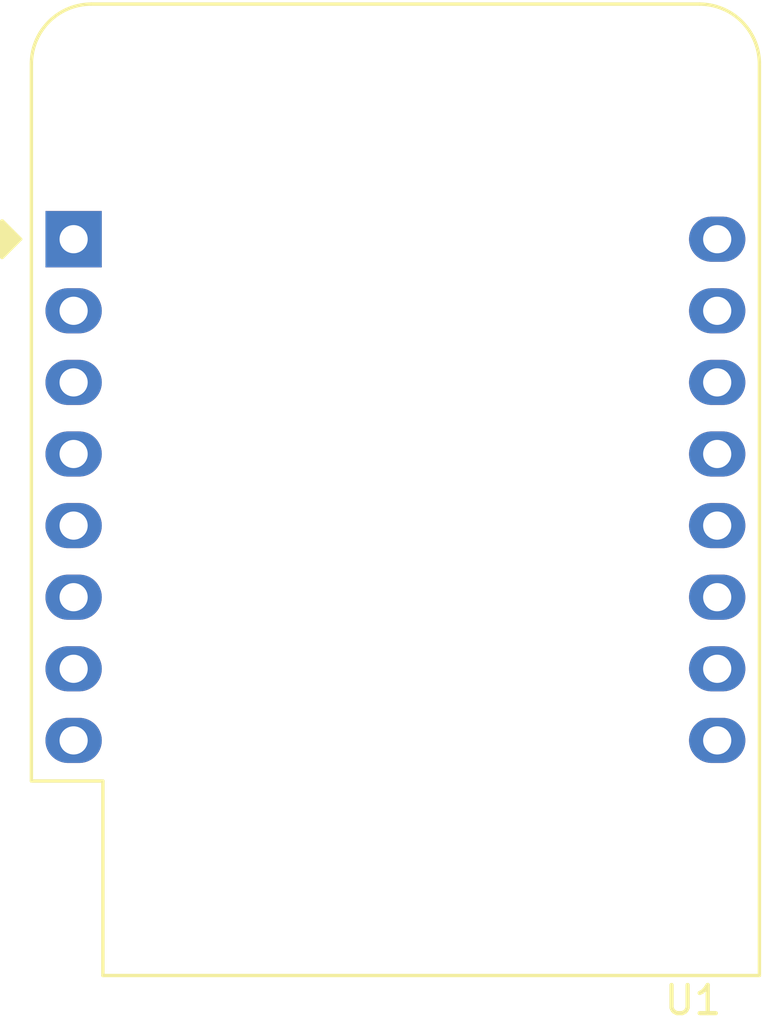
<source format=kicad_pcb>
(kicad_pcb (version 20171130) (host pcbnew "(5.1.5)-3")

  (general
    (thickness 1.6)
    (drawings 0)
    (tracks 0)
    (zones 0)
    (modules 1)
    (nets 17)
  )

  (page A4)
  (layers
    (0 F.Cu signal)
    (31 B.Cu signal)
    (32 B.Adhes user)
    (33 F.Adhes user)
    (34 B.Paste user)
    (35 F.Paste user)
    (36 B.SilkS user)
    (37 F.SilkS user)
    (38 B.Mask user)
    (39 F.Mask user)
    (40 Dwgs.User user)
    (41 Cmts.User user)
    (42 Eco1.User user)
    (43 Eco2.User user)
    (44 Edge.Cuts user)
    (45 Margin user)
    (46 B.CrtYd user)
    (47 F.CrtYd user)
    (48 B.Fab user)
    (49 F.Fab user)
  )

  (setup
    (last_trace_width 0.25)
    (trace_clearance 0.2)
    (zone_clearance 0.508)
    (zone_45_only no)
    (trace_min 0.2)
    (via_size 0.8)
    (via_drill 0.4)
    (via_min_size 0.4)
    (via_min_drill 0.3)
    (uvia_size 0.3)
    (uvia_drill 0.1)
    (uvias_allowed no)
    (uvia_min_size 0.2)
    (uvia_min_drill 0.1)
    (edge_width 0.05)
    (segment_width 0.2)
    (pcb_text_width 0.3)
    (pcb_text_size 1.5 1.5)
    (mod_edge_width 0.12)
    (mod_text_size 1 1)
    (mod_text_width 0.15)
    (pad_size 1.524 1.524)
    (pad_drill 0.762)
    (pad_to_mask_clearance 0.051)
    (solder_mask_min_width 0.25)
    (aux_axis_origin 0 0)
    (visible_elements FFFFFF7F)
    (pcbplotparams
      (layerselection 0x010fc_ffffffff)
      (usegerberextensions false)
      (usegerberattributes false)
      (usegerberadvancedattributes false)
      (creategerberjobfile false)
      (excludeedgelayer true)
      (linewidth 0.100000)
      (plotframeref false)
      (viasonmask false)
      (mode 1)
      (useauxorigin false)
      (hpglpennumber 1)
      (hpglpenspeed 20)
      (hpglpendiameter 15.000000)
      (psnegative false)
      (psa4output false)
      (plotreference true)
      (plotvalue true)
      (plotinvisibletext false)
      (padsonsilk false)
      (subtractmaskfromsilk false)
      (outputformat 1)
      (mirror false)
      (drillshape 1)
      (scaleselection 1)
      (outputdirectory ""))
  )

  (net 0 "")
  (net 1 "Net-(U1-Pad16)")
  (net 2 "Net-(U1-Pad15)")
  (net 3 "Net-(U1-Pad14)")
  (net 4 "Net-(U1-Pad13)")
  (net 5 "Net-(U1-Pad12)")
  (net 6 "Net-(U1-Pad11)")
  (net 7 "Net-(U1-Pad10)")
  (net 8 "Net-(U1-Pad9)")
  (net 9 "Net-(U1-Pad8)")
  (net 10 "Net-(U1-Pad7)")
  (net 11 "Net-(U1-Pad6)")
  (net 12 "Net-(U1-Pad5)")
  (net 13 "Net-(U1-Pad4)")
  (net 14 "Net-(U1-Pad3)")
  (net 15 "Net-(U1-Pad1)")
  (net 16 "Net-(U1-Pad2)")

  (net_class Default "Dies ist die voreingestellte Netzklasse."
    (clearance 0.2)
    (trace_width 0.25)
    (via_dia 0.8)
    (via_drill 0.4)
    (uvia_dia 0.3)
    (uvia_drill 0.1)
    (add_net "Net-(U1-Pad1)")
    (add_net "Net-(U1-Pad10)")
    (add_net "Net-(U1-Pad11)")
    (add_net "Net-(U1-Pad12)")
    (add_net "Net-(U1-Pad13)")
    (add_net "Net-(U1-Pad14)")
    (add_net "Net-(U1-Pad15)")
    (add_net "Net-(U1-Pad16)")
    (add_net "Net-(U1-Pad2)")
    (add_net "Net-(U1-Pad3)")
    (add_net "Net-(U1-Pad4)")
    (add_net "Net-(U1-Pad5)")
    (add_net "Net-(U1-Pad6)")
    (add_net "Net-(U1-Pad7)")
    (add_net "Net-(U1-Pad8)")
    (add_net "Net-(U1-Pad9)")
  )

  (module Module:WEMOS_D1_mini_light (layer F.Cu) (tedit 5BBFB1CE) (tstamp 5E01573E)
    (at 60.96 57.15)
    (descr "16-pin module, column spacing 22.86 mm (900 mils), https://wiki.wemos.cc/products:d1:d1_mini, https://c1.staticflickr.com/1/734/31400410271_f278b087db_z.jpg")
    (tags "ESP8266 WiFi microcontroller")
    (path /5E0101EF)
    (fp_text reference U1 (at 22 27) (layer F.SilkS)
      (effects (font (size 1 1) (thickness 0.15)))
    )
    (fp_text value WeMos_D1_mini (at 11.7 0) (layer F.Fab)
      (effects (font (size 1 1) (thickness 0.15)))
    )
    (fp_text user "No copper" (at 11.43 -3.81) (layer Cmts.User)
      (effects (font (size 1 1) (thickness 0.15)))
    )
    (fp_text user "KEEP OUT" (at 11.43 -6.35) (layer Cmts.User)
      (effects (font (size 1 1) (thickness 0.15)))
    )
    (fp_arc (start 22.23 -6.21) (end 24.36 -6.21) (angle -90) (layer F.SilkS) (width 0.12))
    (fp_arc (start 0.63 -6.21) (end 0.63 -8.34) (angle -90) (layer F.SilkS) (width 0.12))
    (fp_line (start 1.04 19.22) (end 1.04 26.12) (layer F.SilkS) (width 0.12))
    (fp_line (start -1.5 19.22) (end 1.04 19.22) (layer F.SilkS) (width 0.12))
    (fp_arc (start 22.23 -6.21) (end 24.23 -6.19) (angle -90) (layer F.Fab) (width 0.1))
    (fp_arc (start 0.63 -6.21) (end 0.63 -8.21) (angle -90) (layer F.Fab) (width 0.1))
    (fp_line (start -0.37 0) (end -1.37 -1) (layer F.Fab) (width 0.1))
    (fp_line (start -1.37 1) (end -0.37 0) (layer F.Fab) (width 0.1))
    (fp_line (start -1.37 -6.21) (end -1.37 -1) (layer F.Fab) (width 0.1))
    (fp_line (start 1.17 19.09) (end 1.17 25.99) (layer F.Fab) (width 0.1))
    (fp_line (start -1.37 19.09) (end 1.17 19.09) (layer F.Fab) (width 0.1))
    (fp_line (start -1.35 -7.4) (end -0.55 -8.2) (layer Dwgs.User) (width 0.1))
    (fp_line (start -1.3 -5.45) (end 1.45 -8.2) (layer Dwgs.User) (width 0.1))
    (fp_line (start -1.35 -3.4) (end 3.45 -8.2) (layer Dwgs.User) (width 0.1))
    (fp_line (start 22.65 -1.4) (end 24.25 -3) (layer Dwgs.User) (width 0.1))
    (fp_line (start 20.65 -1.4) (end 24.25 -5) (layer Dwgs.User) (width 0.1))
    (fp_line (start 18.65 -1.4) (end 24.25 -7) (layer Dwgs.User) (width 0.1))
    (fp_line (start 16.65 -1.4) (end 23.45 -8.2) (layer Dwgs.User) (width 0.1))
    (fp_line (start 14.65 -1.4) (end 21.45 -8.2) (layer Dwgs.User) (width 0.1))
    (fp_line (start 12.65 -1.4) (end 19.45 -8.2) (layer Dwgs.User) (width 0.1))
    (fp_line (start 10.65 -1.4) (end 17.45 -8.2) (layer Dwgs.User) (width 0.1))
    (fp_line (start 8.65 -1.4) (end 15.45 -8.2) (layer Dwgs.User) (width 0.1))
    (fp_line (start 6.65 -1.4) (end 13.45 -8.2) (layer Dwgs.User) (width 0.1))
    (fp_line (start 4.65 -1.4) (end 11.45 -8.2) (layer Dwgs.User) (width 0.1))
    (fp_line (start 2.65 -1.4) (end 9.45 -8.2) (layer Dwgs.User) (width 0.1))
    (fp_line (start 0.65 -1.4) (end 7.45 -8.2) (layer Dwgs.User) (width 0.1))
    (fp_line (start -1.35 -1.4) (end 5.45 -8.2) (layer Dwgs.User) (width 0.1))
    (fp_line (start -1.35 -8.2) (end -1.35 -1.4) (layer Dwgs.User) (width 0.1))
    (fp_line (start 24.25 -8.2) (end -1.35 -8.2) (layer Dwgs.User) (width 0.1))
    (fp_line (start 24.25 -1.4) (end 24.25 -8.2) (layer Dwgs.User) (width 0.1))
    (fp_line (start -1.35 -1.4) (end 24.25 -1.4) (layer Dwgs.User) (width 0.1))
    (fp_poly (pts (xy -2.54 -0.635) (xy -2.54 0.635) (xy -1.905 0)) (layer F.SilkS) (width 0.15))
    (fp_line (start -1.62 26.24) (end -1.62 -8.46) (layer F.CrtYd) (width 0.05))
    (fp_line (start 24.48 26.24) (end -1.62 26.24) (layer F.CrtYd) (width 0.05))
    (fp_line (start 24.48 -8.41) (end 24.48 26.24) (layer F.CrtYd) (width 0.05))
    (fp_line (start -1.62 -8.46) (end 24.48 -8.46) (layer F.CrtYd) (width 0.05))
    (fp_text user %R (at 11.43 10) (layer F.Fab)
      (effects (font (size 1 1) (thickness 0.15)))
    )
    (fp_line (start -1.37 1) (end -1.37 19.09) (layer F.Fab) (width 0.1))
    (fp_line (start 22.23 -8.21) (end 0.63 -8.21) (layer F.Fab) (width 0.1))
    (fp_line (start 24.23 25.99) (end 24.23 -6.21) (layer F.Fab) (width 0.1))
    (fp_line (start 1.17 25.99) (end 24.23 25.99) (layer F.Fab) (width 0.1))
    (fp_line (start 22.24 -8.34) (end 0.63 -8.34) (layer F.SilkS) (width 0.12))
    (fp_line (start 24.36 26.12) (end 24.36 -6.21) (layer F.SilkS) (width 0.12))
    (fp_line (start -1.5 19.22) (end -1.5 -6.21) (layer F.SilkS) (width 0.12))
    (fp_line (start 1.04 26.12) (end 24.36 26.12) (layer F.SilkS) (width 0.12))
    (pad 16 thru_hole oval (at 22.86 0) (size 2 1.6) (drill 1) (layers *.Cu *.Mask)
      (net 1 "Net-(U1-Pad16)"))
    (pad 15 thru_hole oval (at 22.86 2.54) (size 2 1.6) (drill 1) (layers *.Cu *.Mask)
      (net 2 "Net-(U1-Pad15)"))
    (pad 14 thru_hole oval (at 22.86 5.08) (size 2 1.6) (drill 1) (layers *.Cu *.Mask)
      (net 3 "Net-(U1-Pad14)"))
    (pad 13 thru_hole oval (at 22.86 7.62) (size 2 1.6) (drill 1) (layers *.Cu *.Mask)
      (net 4 "Net-(U1-Pad13)"))
    (pad 12 thru_hole oval (at 22.86 10.16) (size 2 1.6) (drill 1) (layers *.Cu *.Mask)
      (net 5 "Net-(U1-Pad12)"))
    (pad 11 thru_hole oval (at 22.86 12.7) (size 2 1.6) (drill 1) (layers *.Cu *.Mask)
      (net 6 "Net-(U1-Pad11)"))
    (pad 10 thru_hole oval (at 22.86 15.24) (size 2 1.6) (drill 1) (layers *.Cu *.Mask)
      (net 7 "Net-(U1-Pad10)"))
    (pad 9 thru_hole oval (at 22.86 17.78) (size 2 1.6) (drill 1) (layers *.Cu *.Mask)
      (net 8 "Net-(U1-Pad9)"))
    (pad 8 thru_hole oval (at 0 17.78) (size 2 1.6) (drill 1) (layers *.Cu *.Mask)
      (net 9 "Net-(U1-Pad8)"))
    (pad 7 thru_hole oval (at 0 15.24) (size 2 1.6) (drill 1) (layers *.Cu *.Mask)
      (net 10 "Net-(U1-Pad7)"))
    (pad 6 thru_hole oval (at 0 12.7) (size 2 1.6) (drill 1) (layers *.Cu *.Mask)
      (net 11 "Net-(U1-Pad6)"))
    (pad 5 thru_hole oval (at 0 10.16) (size 2 1.6) (drill 1) (layers *.Cu *.Mask)
      (net 12 "Net-(U1-Pad5)"))
    (pad 4 thru_hole oval (at 0 7.62) (size 2 1.6) (drill 1) (layers *.Cu *.Mask)
      (net 13 "Net-(U1-Pad4)"))
    (pad 3 thru_hole oval (at 0 5.08) (size 2 1.6) (drill 1) (layers *.Cu *.Mask)
      (net 14 "Net-(U1-Pad3)"))
    (pad 1 thru_hole rect (at 0 0) (size 2 2) (drill 1) (layers *.Cu *.Mask)
      (net 15 "Net-(U1-Pad1)"))
    (pad 2 thru_hole oval (at 0 2.54) (size 2 1.6) (drill 1) (layers *.Cu *.Mask)
      (net 16 "Net-(U1-Pad2)"))
    (model ${KISYS3DMOD}/Module.3dshapes/WEMOS_D1_mini_light.wrl
      (at (xyz 0 0 0))
      (scale (xyz 1 1 1))
      (rotate (xyz 0 0 0))
    )
    (model ${KISYS3DMOD}/Connector_PinHeader_2.54mm.3dshapes/PinHeader_1x08_P2.54mm_Vertical.wrl
      (offset (xyz 0 0 9.5))
      (scale (xyz 1 1 1))
      (rotate (xyz 0 -180 0))
    )
    (model ${KISYS3DMOD}/Connector_PinHeader_2.54mm.3dshapes/PinHeader_1x08_P2.54mm_Vertical.wrl
      (offset (xyz 22.86 0 9.5))
      (scale (xyz 1 1 1))
      (rotate (xyz 0 -180 0))
    )
    (model ${KISYS3DMOD}/Connector_PinSocket_2.54mm.3dshapes/PinSocket_1x08_P2.54mm_Vertical.wrl
      (at (xyz 0 0 0))
      (scale (xyz 1 1 1))
      (rotate (xyz 0 0 0))
    )
    (model ${KISYS3DMOD}/Connector_PinSocket_2.54mm.3dshapes/PinSocket_1x08_P2.54mm_Vertical.wrl
      (offset (xyz 22.86 0 0))
      (scale (xyz 1 1 1))
      (rotate (xyz 0 0 0))
    )
  )

)

</source>
